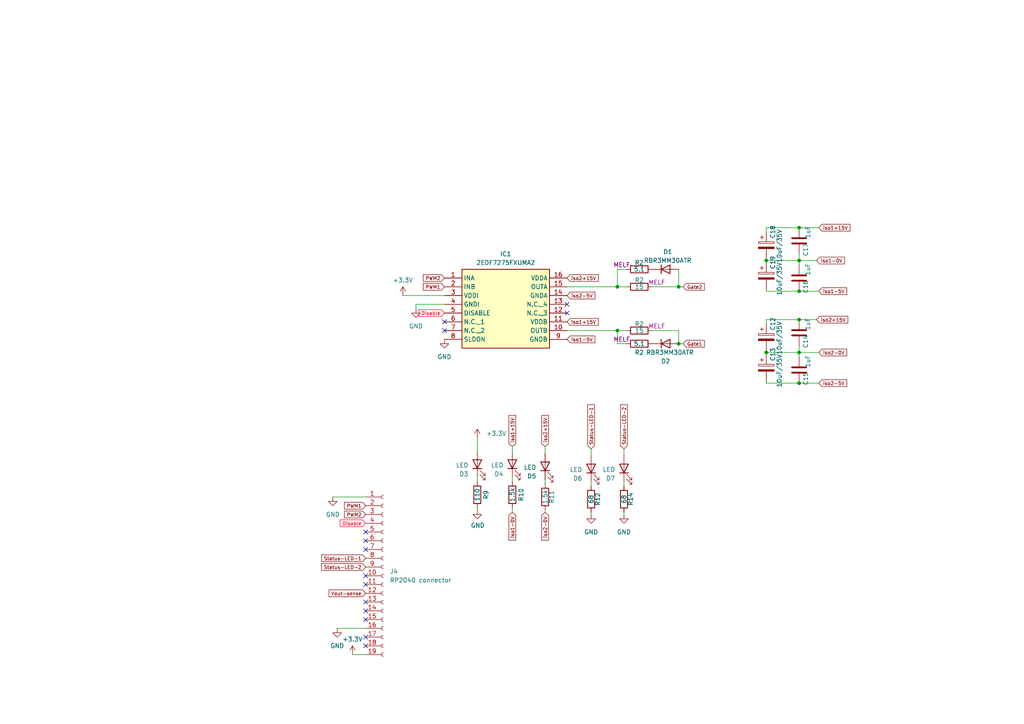
<source format=kicad_sch>
(kicad_sch (version 20230121) (generator eeschema)
  (paper "A4")
  (lib_symbols
    (symbol "2EDF7275FXUMA2:2EDF7275FXUMA2"
      (property "Reference" "IC" (at 31.75 7.62 0))
      (property "Value" "2EDF7275FXUMA2" (at 31.75 5.08 0))
      (symbol "2EDF7275FXUMA2_1_1"
        (rectangle (start 5.08 2.54) (end 30.48 -20.32) (stroke (width 0.254)) (fill (type background)))
        (pin passive line (at 0 0 0) (length 5.08) (name "INA") (number "1"))
        (pin passive line (at 35.56 -15.24 180) (length 5.08) (name "OUTB") (number "10"))
        (pin passive line (at 35.56 -12.7 180) (length 5.08) (name "VDDB") (number "11"))
        (pin passive line (at 35.56 -10.16 180) (length 5.08) (name "N.C._3") (number "12"))
        (pin passive line (at 35.56 -7.62 180) (length 5.08) (name "N.C._4") (number "13"))
        (pin passive line (at 35.56 -5.08 180) (length 5.08) (name "GNDA") (number "14"))
        (pin passive line (at 35.56 -2.54 180) (length 5.08) (name "OUTA") (number "15"))
        (pin passive line (at 35.56 0 180) (length 5.08) (name "VDDA") (number "16"))
        (pin passive line (at 0 -2.54 0) (length 5.08) (name "INB") (number "2"))
        (pin passive line (at 0 -5.08 0) (length 5.08) (name "VDDI") (number "3"))
        (pin passive line (at 0 -7.62 0) (length 5.08) (name "GNDI") (number "4"))
        (pin passive line (at 0 -10.16 0) (length 5.08) (name "DISABLE") (number "5"))
        (pin passive line (at 0 -12.7 0) (length 5.08) (name "N.C._1") (number "6"))
        (pin passive line (at 0 -15.24 0) (length 5.08) (name "N.C._2") (number "7"))
        (pin passive line (at 0 -17.78 0) (length 5.08) (name "SLDON") (number "8"))
        (pin passive line (at 35.56 -17.78 180) (length 5.08) (name "GNDB") (number "9"))
      )
    )
    (symbol "Connector:Conn_01x19_Socket" (pin_names (offset 1.016) hide)
      (property "Reference" "J" (at 0 25.4 0))
      (property "Value" "Conn_01x19_Socket" (at 0 -25.4 0))
      (symbol "Conn_01x19_Socket_1_1"
        (arc (start 0 -22.352) (mid -0.5058 -22.86) (end 0 -23.368) (stroke (width 0.1524)))
        (arc (start 0 -19.812) (mid -0.5058 -20.32) (end 0 -20.828) (stroke (width 0.1524)))
        (arc (start 0 -17.272) (mid -0.5058 -17.78) (end 0 -18.288) (stroke (width 0.1524)))
        (arc (start 0 -14.732) (mid -0.5058 -15.24) (end 0 -15.748) (stroke (width 0.1524)))
        (arc (start 0 -12.192) (mid -0.5058 -12.7) (end 0 -13.208) (stroke (width 0.1524)))
        (arc (start 0 -9.652) (mid -0.5058 -10.16) (end 0 -10.668) (stroke (width 0.1524)))
        (arc (start 0 -7.112) (mid -0.5058 -7.62) (end 0 -8.128) (stroke (width 0.1524)))
        (arc (start 0 -4.572) (mid -0.5058 -5.08) (end 0 -5.588) (stroke (width 0.1524)))
        (arc (start 0 -2.032) (mid -0.5058 -2.54) (end 0 -3.048) (stroke (width 0.1524)))
        (polyline (pts (xy -1.27 -22.86) (xy -0.508 -22.86)) (stroke (width 0.1524)))
        (polyline (pts (xy -1.27 -20.32) (xy -0.508 -20.32)) (stroke (width 0.1524)))
        (polyline (pts (xy -1.27 -17.78) (xy -0.508 -17.78)) (stroke (width 0.1524)))
        (polyline (pts (xy -1.27 -15.24) (xy -0.508 -15.24)) (stroke (width 0.1524)))
        (polyline (pts (xy -1.27 -12.7) (xy -0.508 -12.7)) (stroke (width 0.1524)))
        (polyline (pts (xy -1.27 -10.16) (xy -0.508 -10.16)) (stroke (width 0.1524)))
        (polyline (pts (xy -1.27 -7.62) (xy -0.508 -7.62)) (stroke (width 0.1524)))
        (polyline (pts (xy -1.27 -5.08) (xy -0.508 -5.08)) (stroke (width 0.1524)))
        (polyline (pts (xy -1.27 -2.54) (xy -0.508 -2.54)) (stroke (width 0.1524)))
        (polyline (pts (xy -1.27 0) (xy -0.508 0)) (stroke (width 0.1524)))
        (polyline (pts (xy -1.27 2.54) (xy -0.508 2.54)) (stroke (width 0.1524)))
        (polyline (pts (xy -1.27 5.08) (xy -0.508 5.08)) (stroke (width 0.1524)))
        (polyline (pts (xy -1.27 7.62) (xy -0.508 7.62)) (stroke (width 0.1524)))
        (polyline (pts (xy -1.27 10.16) (xy -0.508 10.16)) (stroke (width 0.1524)))
        (polyline (pts (xy -1.27 12.7) (xy -0.508 12.7)) (stroke (width 0.1524)))
        (polyline (pts (xy -1.27 15.24) (xy -0.508 15.24)) (stroke (width 0.1524)))
        (polyline (pts (xy -1.27 17.78) (xy -0.508 17.78)) (stroke (width 0.1524)))
        (polyline (pts (xy -1.27 20.32) (xy -0.508 20.32)) (stroke (width 0.1524)))
        (polyline (pts (xy -1.27 22.86) (xy -0.508 22.86)) (stroke (width 0.1524)))
        (arc (start 0 0.508) (mid -0.5058 0) (end 0 -0.508) (stroke (width 0.1524)))
        (arc (start 0 3.048) (mid -0.5058 2.54) (end 0 2.032) (stroke (width 0.1524)))
        (arc (start 0 5.588) (mid -0.5058 5.08) (end 0 4.572) (stroke (width 0.1524)))
        (arc (start 0 8.128) (mid -0.5058 7.62) (end 0 7.112) (stroke (width 0.1524)))
        (arc (start 0 10.668) (mid -0.5058 10.16) (end 0 9.652) (stroke (width 0.1524)))
        (arc (start 0 13.208) (mid -0.5058 12.7) (end 0 12.192) (stroke (width 0.1524)))
        (arc (start 0 15.748) (mid -0.5058 15.24) (end 0 14.732) (stroke (width 0.1524)))
        (arc (start 0 18.288) (mid -0.5058 17.78) (end 0 17.272) (stroke (width 0.1524)))
        (arc (start 0 20.828) (mid -0.5058 20.32) (end 0 19.812) (stroke (width 0.1524)))
        (arc (start 0 23.368) (mid -0.5058 22.86) (end 0 22.352) (stroke (width 0.1524)))
        (pin passive line (at -5.08 22.86 0) (length 3.81) (name "Pin_1") (number "1"))
        (pin passive line (at -5.08 0 0) (length 3.81) (name "Pin_10") (number "10"))
        (pin passive line (at -5.08 -2.54 0) (length 3.81) (name "Pin_11") (number "11"))
        (pin passive line (at -5.08 -5.08 0) (length 3.81) (name "Pin_12") (number "12"))
        (pin passive line (at -5.08 -7.62 0) (length 3.81) (name "Pin_13") (number "13"))
        (pin passive line (at -5.08 -10.16 0) (length 3.81) (name "Pin_14") (number "14"))
        (pin passive line (at -5.08 -12.7 0) (length 3.81) (name "Pin_15") (number "15"))
        (pin passive line (at -5.08 -15.24 0) (length 3.81) (name "Pin_16") (number "16"))
        (pin passive line (at -5.08 -17.78 0) (length 3.81) (name "Pin_17") (number "17"))
        (pin passive line (at -5.08 -20.32 0) (length 3.81) (name "Pin_18") (number "18"))
        (pin passive line (at -5.08 -22.86 0) (length 3.81) (name "Pin_19") (number "19"))
        (pin passive line (at -5.08 20.32 0) (length 3.81) (name "Pin_2") (number "2"))
        (pin passive line (at -5.08 17.78 0) (length 3.81) (name "Pin_3") (number "3"))
        (pin passive line (at -5.08 15.24 0) (length 3.81) (name "Pin_4") (number "4"))
        (pin passive line (at -5.08 12.7 0) (length 3.81) (name "Pin_5") (number "5"))
        (pin passive line (at -5.08 10.16 0) (length 3.81) (name "Pin_6") (number "6"))
        (pin passive line (at -5.08 7.62 0) (length 3.81) (name "Pin_7") (number "7"))
        (pin passive line (at -5.08 5.08 0) (length 3.81) (name "Pin_8") (number "8"))
        (pin passive line (at -5.08 2.54 0) (length 3.81) (name "Pin_9") (number "9"))
      )
    )
    (symbol "Device:C" (pin_numbers hide) (pin_names (offset 0.254))
      (property "Reference" "C" (at 0.635 2.54 0))
      (property "Value" "C" (at 0.635 -2.54 0))
      (symbol "C_0_1"
        (polyline (pts (xy -2.032 -0.762) (xy 2.032 -0.762)) (stroke (width 0.508)))
        (polyline (pts (xy -2.032 0.762) (xy 2.032 0.762)) (stroke (width 0.508)))
      )
      (symbol "C_1_1"
        (pin passive line (at 0 3.81 270) (length 2.794) (name "~") (number "1"))
        (pin passive line (at 0 -3.81 90) (length 2.794) (name "~") (number "2"))
      )
    )
    (symbol "Device:C_Polarized" (pin_numbers hide) (pin_names (offset 0.254))
      (property "Reference" "C" (at 0.635 2.54 0))
      (property "Value" "C_Polarized" (at 0.635 -2.54 0))
      (symbol "C_Polarized_0_1"
        (rectangle (start -2.286 0.508) (end 2.286 1.016))
        (polyline (pts (xy -1.778 2.286) (xy -0.762 2.286)))
        (polyline (pts (xy -1.27 2.794) (xy -1.27 1.778)))
        (rectangle (start 2.286 -0.508) (end -2.286 -1.016) (fill (type outline)))
      )
      (symbol "C_Polarized_1_1"
        (pin passive line (at 0 3.81 270) (length 2.794) (name "~") (number "1"))
        (pin passive line (at 0 -3.81 90) (length 2.794) (name "~") (number "2"))
      )
    )
    (symbol "Device:D" (pin_numbers hide) (pin_names (offset 1.016) hide)
      (property "Reference" "D" (at 0 2.54 0))
      (property "Value" "D" (at 0 -2.54 0))
      (symbol "D_0_1"
        (polyline (pts (xy -1.27 1.27) (xy -1.27 -1.27)) (stroke (width 0.254)))
        (polyline (pts (xy 1.27 0) (xy -1.27 0)))
        (polyline (pts (xy 1.27 1.27) (xy 1.27 -1.27) (xy -1.27 0) (xy 1.27 1.27)) (stroke (width 0.254)))
      )
      (symbol "D_1_1"
        (pin passive line (at -3.81 0 0) (length 2.54) (name "K") (number "1"))
        (pin passive line (at 3.81 0 180) (length 2.54) (name "A") (number "2"))
      )
    )
    (symbol "Device:LED" (pin_numbers hide) (pin_names (offset 1.016) hide)
      (property "Reference" "D" (at 0 2.54 0))
      (property "Value" "LED" (at 0 -2.54 0))
      (symbol "LED_0_1"
        (polyline (pts (xy -1.27 -1.27) (xy -1.27 1.27)) (stroke (width 0.254)))
        (polyline (pts (xy -1.27 0) (xy 1.27 0)))
        (polyline (pts (xy 1.27 -1.27) (xy 1.27 1.27) (xy -1.27 0) (xy 1.27 -1.27)) (stroke (width 0.254)))
        (polyline (pts (xy -3.048 -0.762) (xy -4.572 -2.286) (xy -3.81 -2.286) (xy -4.572 -2.286) (xy -4.572 -1.524)))
        (polyline (pts (xy -1.778 -0.762) (xy -3.302 -2.286) (xy -2.54 -2.286) (xy -3.302 -2.286) (xy -3.302 -1.524)))
      )
      (symbol "LED_1_1"
        (pin passive line (at -3.81 0 0) (length 2.54) (name "K") (number "1"))
        (pin passive line (at 3.81 0 180) (length 2.54) (name "A") (number "2"))
      )
    )
    (symbol "Device:R" (pin_numbers hide) (pin_names (offset 0))
      (property "Reference" "R" (at 2.032 0 90))
      (property "Value" "R" (at 0 0 90))
      (symbol "R_0_1"
        (rectangle (start -1.016 -2.54) (end 1.016 2.54) (stroke (width 0.254)))
      )
      (symbol "R_1_1"
        (pin passive line (at 0 3.81 270) (length 1.27) (name "~") (number "1"))
        (pin passive line (at 0 -3.81 90) (length 1.27) (name "~") (number "2"))
      )
    )
    (symbol "power:+3.3V" (power) (pin_names (offset 0))
      (property "Value" "+3.3V" (at 0 3.556 0))
      (symbol "+3.3V_0_1"
        (polyline (pts (xy -0.762 1.27) (xy 0 2.54)))
        (polyline (pts (xy 0 0) (xy 0 2.54)))
        (polyline (pts (xy 0 2.54) (xy 0.762 1.27)))
      )
      (symbol "+3.3V_1_1"
        (pin power_in line (at 0 0 90) (length 0) hide (name "+3.3V") (number "1"))
      )
    )
    (symbol "power:GND" (power) (pin_names (offset 0))
      (property "Value" "GND" (at 0 -3.81 0))
      (symbol "GND_0_1"
        (polyline (pts (xy 0 0) (xy 0 -1.27) (xy 1.27 -1.27) (xy 0 -2.54) (xy -1.27 -1.27) (xy 0 -1.27)))
      )
      (symbol "GND_1_1"
        (pin power_in line (at 0 0 270) (length 0) hide (name "GND") (number "1"))
      )
    )
  )
  (junction (at 231.775 66.04))
  (junction (at 231.775 92.71))
  (junction (at 231.775 84.455))
  (junction (at 179.07 95.885))
  (junction (at 231.775 75.565))
  (junction (at 196.85 99.695))
  (junction (at 222.25 75.565))
  (junction (at 231.775 111.125))
  (junction (at 196.85 83.185))
  (junction (at 222.25 102.235))
  (junction (at 179.07 83.185))
  (junction (at 231.775 102.235))
  (no_connect (at 106.045 187.325))
  (no_connect (at 128.905 93.345))
  (no_connect (at 106.045 169.545))
  (no_connect (at 106.045 167.005))
  (no_connect (at 106.045 159.385))
  (no_connect (at 106.045 154.305))
  (no_connect (at 106.045 156.845))
  (no_connect (at 164.465 88.265))
  (no_connect (at 164.465 90.805))
  (no_connect (at 106.045 184.785))
  (no_connect (at 106.045 174.625))
  (no_connect (at 106.045 177.165))
  (no_connect (at 128.905 95.885))
  (no_connect (at 106.045 179.705))
  (wire (pts (xy 222.25 75.565) (xy 231.775 75.565)))
  (wire (pts (xy 148.59 148.59) (xy 148.59 147.32)))
  (wire (pts (xy 120.65 88.265) (xy 128.905 88.265)))
  (wire (pts (xy 236.855 75.565) (xy 231.775 75.565)))
  (wire (pts (xy 179.07 83.185) (xy 181.61 83.185)))
  (wire (pts (xy 102.235 189.865) (xy 106.045 189.865)))
  (wire (pts (xy 237.49 66.04) (xy 231.775 66.04)))
  (wire (pts (xy 222.25 111.125) (xy 231.775 111.125)))
  (wire (pts (xy 196.85 83.185) (xy 198.12 83.185)))
  (wire (pts (xy 116.84 85.725) (xy 128.905 85.725)))
  (wire (pts (xy 96.52 144.145) (xy 106.045 144.145)))
  (wire (pts (xy 181.61 99.695) (xy 179.07 99.695)))
  (wire (pts (xy 180.975 130.175) (xy 180.975 132.08)))
  (wire (pts (xy 237.49 102.235) (xy 231.775 102.235)))
  (wire (pts (xy 231.775 103.505) (xy 231.775 102.235)))
  (wire (pts (xy 120.65 89.535) (xy 120.65 88.265)))
  (wire (pts (xy 179.07 99.695) (xy 179.07 95.885)))
  (wire (pts (xy 222.25 75.565) (xy 222.25 74.93)))
  (wire (pts (xy 189.23 83.185) (xy 196.85 83.185)))
  (wire (pts (xy 171.45 130.175) (xy 171.45 132.08)))
  (wire (pts (xy 138.43 147.955) (xy 138.43 147.32)))
  (wire (pts (xy 180.975 139.7) (xy 180.975 140.97)))
  (wire (pts (xy 222.25 102.87) (xy 222.25 102.235)))
  (wire (pts (xy 148.59 129.54) (xy 148.59 130.81)))
  (wire (pts (xy 196.85 78.105) (xy 196.85 83.185)))
  (wire (pts (xy 164.465 83.185) (xy 179.07 83.185)))
  (wire (pts (xy 222.25 84.455) (xy 231.775 84.455)))
  (wire (pts (xy 164.465 95.885) (xy 179.07 95.885)))
  (wire (pts (xy 231.775 75.565) (xy 231.775 73.66)))
  (wire (pts (xy 231.775 102.235) (xy 231.775 100.33)))
  (wire (pts (xy 222.25 102.235) (xy 231.775 102.235)))
  (wire (pts (xy 138.43 127) (xy 138.43 130.81)))
  (wire (pts (xy 196.85 95.885) (xy 196.85 99.695)))
  (wire (pts (xy 222.25 110.49) (xy 222.25 111.125)))
  (wire (pts (xy 148.59 138.43) (xy 148.59 139.7)))
  (wire (pts (xy 222.25 93.98) (xy 222.25 92.71)))
  (wire (pts (xy 180.975 149.225) (xy 180.975 148.59)))
  (wire (pts (xy 231.775 76.835) (xy 231.775 75.565)))
  (wire (pts (xy 222.25 76.2) (xy 222.25 75.565)))
  (wire (pts (xy 189.23 95.885) (xy 196.85 95.885)))
  (wire (pts (xy 179.07 95.885) (xy 181.61 95.885)))
  (wire (pts (xy 231.775 84.455) (xy 237.49 84.455)))
  (wire (pts (xy 222.25 67.31) (xy 222.25 66.04)))
  (wire (pts (xy 222.25 66.04) (xy 231.775 66.04)))
  (wire (pts (xy 222.25 83.82) (xy 222.25 84.455)))
  (wire (pts (xy 171.45 139.7) (xy 171.45 140.97)))
  (wire (pts (xy 237.49 111.125) (xy 231.775 111.125)))
  (wire (pts (xy 222.25 102.235) (xy 222.25 101.6)))
  (wire (pts (xy 158.115 129.54) (xy 158.115 131.445)))
  (wire (pts (xy 138.43 138.43) (xy 138.43 139.7)))
  (wire (pts (xy 158.115 139.065) (xy 158.115 140.335)))
  (wire (pts (xy 196.85 99.695) (xy 198.12 99.695)))
  (wire (pts (xy 179.07 78.105) (xy 179.07 83.185)))
  (wire (pts (xy 171.45 149.225) (xy 171.45 148.59)))
  (wire (pts (xy 222.25 92.71) (xy 231.775 92.71)))
  (wire (pts (xy 158.115 148.59) (xy 158.115 147.955)))
  (wire (pts (xy 181.61 78.105) (xy 179.07 78.105)))
  (wire (pts (xy 236.855 92.71) (xy 231.775 92.71)))
  (wire (pts (xy 97.79 182.245) (xy 106.045 182.245)))
  (global_label "Status-LED-2" (shape input) (at 106.045 164.465 180) (effects (font (size 1 1))) (property "Intersheetrefs" "${INTERSHEET_REFS}" (effects hide)))
  (global_label "iso1+15V" (shape input) (at 237.49 66.04 0) (effects (font (size 1 1))) (property "Intersheetrefs" "${INTERSHEET_REFS}" (effects hide)))
  (global_label "iso2+15V" (shape input) (at 158.115 129.54 90) (effects (font (size 1 1))) (property "Intersheetrefs" "${INTERSHEET_REFS}" (effects hide)))
  (global_label "iso2-5V" (shape input) (at 237.49 111.125 0) (effects (font (size 1 1))) (property "Intersheetrefs" "${INTERSHEET_REFS}" (effects hide)))
  (global_label "Status-LED-2" (shape input) (at 180.975 130.175 90) (effects (font (size 1 1))) (property "Intersheetrefs" "${INTERSHEET_REFS}" (effects hide)))
  (global_label "Gate2" (shape input) (at 198.12 83.185 0) (effects (font (size 1 1))) (property "Intersheetrefs" "${INTERSHEET_REFS}" (effects hide)))
  (global_label "iso1-0V" (shape input) (at 148.59 148.59 270) (effects (font (size 1 1))) (property "Intersheetrefs" "${INTERSHEET_REFS}" (effects hide)))
  (global_label "Status-LED-1" (shape input) (at 106.045 161.925 180) (effects (font (size 1 1))) (property "Intersheetrefs" "${INTERSHEET_REFS}" (effects hide)))
  (global_label "iso1-5V" (shape input) (at 164.465 98.425 0) (effects (font (size 1 1))) (property "Intersheetrefs" "${INTERSHEET_REFS}" (effects hide)))
  (global_label "iso1-0V" (shape input) (at 236.855 75.565 0) (effects (font (size 1 1))) (property "Intersheetrefs" "${INTERSHEET_REFS}" (effects hide)))
  (global_label "iso1-5V" (shape input) (at 237.49 84.455 0) (effects (font (size 1 1))) (property "Intersheetrefs" "${INTERSHEET_REFS}" (effects hide)))
  (global_label "iso2+15V" (shape input) (at 236.855 92.71 0) (effects (font (size 1 1))) (property "Intersheetrefs" "${INTERSHEET_REFS}" (effects hide)))
  (global_label "iso2-5V" (shape input) (at 164.465 85.725 0) (effects (font (size 1 1))) (property "Intersheetrefs" "${INTERSHEET_REFS}" (effects hide)))
  (global_label "Disable" (shape input) (at 106.045 151.765 180) (effects (font (size 1 1))) (property "Intersheetrefs" "${INTERSHEET_REFS}" (effects hide)))
  (global_label "Status-LED-1" (shape input) (at 171.45 130.175 90) (effects (font (size 1 1))) (property "Intersheetrefs" "${INTERSHEET_REFS}" (effects hide)))
  (global_label "PWM1" (shape input) (at 128.905 83.185 180) (effects (font (size 1 1))) (property "Intersheetrefs" "${INTERSHEET_REFS}" (effects hide)))
  (global_label "PWM2" (shape input) (at 106.045 149.225 180) (effects (font (size 1 1))) (property "Intersheetrefs" "${INTERSHEET_REFS}" (effects hide)))
  (global_label "PWM2" (shape input) (at 128.905 80.645 180) (effects (font (size 1 1))) (property "Intersheetrefs" "${INTERSHEET_REFS}" (effects hide)))
  (global_label "iso2-0V" (shape input) (at 158.115 148.59 270) (effects (font (size 1 1))) (property "Intersheetrefs" "${INTERSHEET_REFS}" (effects hide)))
  (global_label "Vout-sense" (shape input) (at 106.045 172.085 180) (effects (font (size 1 1))) (property "Intersheetrefs" "${INTERSHEET_REFS}" (effects hide)))
  (global_label "Disable" (shape input) (at 128.905 90.805 180) (effects (font (size 1 1))) (property "Intersheetrefs" "${INTERSHEET_REFS}" (effects hide)))
  (global_label "Gate1" (shape input) (at 198.12 99.695 0) (effects (font (size 1 1))) (property "Intersheetrefs" "${INTERSHEET_REFS}" (effects hide)))
  (global_label "iso1+15V" (shape input) (at 164.465 93.345 0) (effects (font (size 1 1))) (property "Intersheetrefs" "${INTERSHEET_REFS}" (effects hide)))
  (global_label "iso2+15V" (shape input) (at 164.465 80.645 0) (effects (font (size 1 1))) (property "Intersheetrefs" "${INTERSHEET_REFS}" (effects hide)))
  (global_label "iso1+15V" (shape input) (at 148.59 129.54 90) (effects (font (size 1 1))) (property "Intersheetrefs" "${INTERSHEET_REFS}" (effects hide)))
  (global_label "PWM1" (shape input) (at 106.045 146.685 180) (effects (font (size 1 1))) (property "Intersheetrefs" "${INTERSHEET_REFS}" (effects hide)))
  (global_label "iso2-0V" (shape input) (at 237.49 102.235 0) (effects (font (size 1 1))) (property "Intersheetrefs" "${INTERSHEET_REFS}" (effects hide)))
  (symbol (lib_id "Device:LED") (at 138.43 134.62 90) (unit 1)
    (property "Reference" "D3" (at 135.89 137.4776 90) (effects (justify left)))
    (property "Value" "LED" (at 135.89 134.9376 90) (effects (justify left)))
    (property "Footprint" "LED_SMD:LED_0805_2012Metric" (effects hide))
    (instances (project "Synchronous-buck-converter" (path "" (reference "D3") (unit 1))) (project "Half_Bridge_Inverter" (path "" (reference "D5") (unit 1))))
  )
  (symbol (lib_id "Device:C") (at 231.775 96.52 180) (unit 1)
    (property "Reference" "C14" (at 233.68 99.06 90))
    (property "Value" "1uF" (at 234.315 93.98 90))
    (property "Footprint" "Capacitor_SMD:C_0805_2012Metric" (effects hide))
    (instances (project "Synchronous-buck-converter" (path "" (reference "C14") (unit 1))) (project "Half_Bridge_Inverter" (path "" (reference "C2") (unit 1))))
  )
  (symbol (lib_id "Device:C") (at 231.775 107.315 180) (unit 1)
    (property "Reference" "C15" (at 233.68 109.855 90))
    (property "Value" "1uF" (at 234.315 104.775 90))
    (property "Footprint" "Capacitor_SMD:C_0805_2012Metric" (effects hide))
    (instances (project "Synchronous-buck-converter" (path "" (reference "C15") (unit 1))) (project "Half_Bridge_Inverter" (path "" (reference "C3") (unit 1))))
  )
  (symbol (lib_id "Device:LED") (at 171.45 135.89 90) (unit 1)
    (property "Reference" "D6" (at 168.91 138.7476 90) (effects (justify left)))
    (property "Value" "LED" (at 168.91 136.2076 90) (effects (justify left)))
    (property "Footprint" "LED_SMD:LED_0805_2012Metric" (effects hide))
    (instances (project "Synchronous-buck-converter" (path "" (reference "D6") (unit 1))) (project "Half_Bridge_Inverter" (path "" (reference "D7") (unit 1))))
  )
  (symbol (lib_id "Device:C") (at 231.775 69.85 180) (unit 1)
    (property "Reference" "C17" (at 233.68 72.39 90))
    (property "Value" "1uF" (at 234.315 67.31 90))
    (property "Footprint" "Capacitor_SMD:C_0805_2012Metric" (effects hide))
    (instances (project "Synchronous-buck-converter" (path "" (reference "C17") (unit 1))) (project "Half_Bridge_Inverter" (path "" (reference "C2") (unit 1))))
  )
  (symbol (lib_id "Device:C_Polarized") (at 222.25 71.12 0) (unit 1)
    (property "Reference" "C18" (at 224.155 69.215 90) (effects (justify left)))
    (property "Value" "10uF/35V" (at 226.06 76.2 90) (effects (justify left)))
    (property "Footprint" "Capacitor_SMD:CP_Elec_5x5.3" (effects hide))
    (instances (project "Synchronous-buck-converter" (path "" (reference "C18") (unit 1))) (project "Half_Bridge_Inverter" (path "" (reference "C16") (unit 1))))
  )
  (symbol (lib_id "power:GND") (at 120.65 89.535 0) (unit 1)
    (property "Reference" "#PWR010" (effects hide))
    (property "Value" "GND" (at 120.65 94.615 0))
    (instances (project "Synchronous-buck-converter" (path "" (reference "#PWR010") (unit 1)) (path "" (reference "#PWR013") (unit 1))))
  )
  (symbol (lib_id "Device:C_Polarized") (at 222.25 106.68 0) (unit 1)
    (property "Reference" "C13" (at 224.155 104.775 90) (effects (justify left)))
    (property "Value" "10uF/35V" (at 226.06 112.395 90) (effects (justify left)))
    (property "Footprint" "Capacitor_SMD:CP_Elec_5x5.3" (effects hide))
    (instances (project "Synchronous-buck-converter" (path "" (reference "C13") (unit 1))) (project "Half_Bridge_Inverter" (path "" (reference "C15") (unit 1))))
  )
  (symbol (lib_id "power:GND") (at 171.45 149.225 0) (unit 1)
    (property "Reference" "#PWR010" (effects hide))
    (property "Value" "GND" (at 171.45 154.305 0))
    (instances (project "Synchronous-buck-converter" (path "" (reference "#PWR010") (unit 1)) (path "" (reference "#PWR021") (unit 1))))
  )
  (symbol (lib_id "Device:C_Polarized") (at 222.25 80.01 0) (unit 1)
    (property "Reference" "C19" (at 224.155 78.105 90) (effects (justify left)))
    (property "Value" "10uF/35V" (at 226.06 85.725 90) (effects (justify left)))
    (property "Footprint" "Capacitor_SMD:CP_Elec_5x5.3" (effects hide))
    (instances (project "Synchronous-buck-converter" (path "" (reference "C19") (unit 1))) (project "Half_Bridge_Inverter" (path "" (reference "C15") (unit 1))))
  )
  (symbol (lib_id "power:GND") (at 97.79 182.245 0) (unit 1)
    (property "Reference" "#PWR010" (effects hide))
    (property "Value" "GND" (at 97.79 187.325 0))
    (instances (project "Synchronous-buck-converter" (path "" (reference "#PWR010") (unit 1)) (path "" (reference "#PWR03") (unit 1))))
  )
  (symbol (lib_id "Device:R") (at 185.42 95.885 90) (unit 1)
    (property "Reference" "R2" (at 185.42 93.98 90))
    (property "Value" "15" (at 185.42 95.885 90))
    (property "Footprint" "Resistor_SMD:R_MiniMELF_MMA-0204" (effects hide))
    (property "Type" "MELF" (at 190.5 94.615 90))
    (property "mouser part no" "CMA02040X1509GB300" (effects hide))
    (instances (project "Synchronous-buck-converter" (path "" (reference "R2") (unit 1)) (path "" (reference "R4") (unit 1)) (path "" (reference "R5") (unit 1))))
  )
  (symbol (lib_id "Device:R") (at 185.42 83.185 90) (unit 1)
    (property "Reference" "R2" (at 185.42 81.28 90))
    (property "Value" "15" (at 185.42 83.185 90))
    (property "Footprint" "Resistor_SMD:R_MiniMELF_MMA-0204" (effects hide))
    (property "Type" "MELF" (at 190.5 81.915 90))
    (property "mouser part no" "CMA02040X1509GB300" (effects hide))
    (instances (project "Synchronous-buck-converter" (path "" (reference "R2") (unit 1)) (path "" (reference "R4") (unit 1)) (path "" (reference "R1") (unit 1))))
  )
  (symbol (lib_id "Device:R") (at 185.42 78.105 90) (unit 1)
    (property "Reference" "R2" (at 185.42 76.2 90))
    (property "Value" "5.1" (at 185.42 78.105 90))
    (property "Footprint" "Resistor_SMD:R_MiniMELF_MMA-0204" (effects hide))
    (property "Type" "MELF" (at 180.34 76.835 90))
    (property "mouser part no" "MMA02040C5108FB300" (effects hide))
    (instances (project "Synchronous-buck-converter" (path "" (reference "R2") (unit 1)) (path "" (reference "R4") (unit 1)) (path "" (reference "R6") (unit 1))))
  )
  (symbol (lib_id "Device:R") (at 158.115 144.145 180) (unit 1)
    (property "Reference" "R11" (at 160.02 144.145 90))
    (property "Value" "1.5k" (at 158.115 144.145 90))
    (property "Footprint" "Resistor_SMD:R_0805_2012Metric" (effects hide))
    (instances (project "Synchronous-buck-converter" (path "" (reference "R11") (unit 1))) (project "Half_Bridge_Inverter" (path "" (reference "R12") (unit 1))))
  )
  (symbol (lib_id "Device:R") (at 138.43 143.51 180) (unit 1)
    (property "Reference" "R9" (at 140.97 143.51 90))
    (property "Value" "110" (at 138.43 143.51 90))
    (property "Footprint" "Resistor_SMD:R_0805_2012Metric" (effects hide))
    (instances (project "Synchronous-buck-converter" (path "" (reference "R9") (unit 1))) (project "Half_Bridge_Inverter" (path "" (reference "R10") (unit 1))))
  )
  (symbol (lib_id "Device:LED") (at 180.975 135.89 90) (unit 1)
    (property "Reference" "D7" (at 178.435 138.7476 90) (effects (justify left)))
    (property "Value" "LED" (at 178.435 136.2076 90) (effects (justify left)))
    (property "Footprint" "LED_SMD:LED_0805_2012Metric" (effects hide))
  )
  (symbol (lib_id "Device:R") (at 180.975 144.78 180) (unit 1)
    (property "Reference" "R14" (at 182.88 144.78 90))
    (property "Value" "68" (at 180.975 144.78 90))
    (property "Footprint" "Resistor_SMD:R_0805_2012Metric" (effects hide))
    (instances (project "Synchronous-buck-converter" (path "" (reference "R14") (unit 1))) (project "Half_Bridge_Inverter" (path "" (reference "R12") (unit 1))))
  )
  (symbol (lib_id "Device:R") (at 171.45 144.78 180) (unit 1)
    (property "Reference" "R12" (at 173.355 144.78 90))
    (property "Value" "68" (at 171.45 144.78 90))
    (property "Footprint" "Resistor_SMD:R_0805_2012Metric" (effects hide))
  )
  (symbol (lib_id "Device:C_Polarized") (at 222.25 97.79 0) (unit 1)
    (property "Reference" "C12" (at 224.155 95.885 90) (effects (justify left)))
    (property "Value" "10uF/35V" (at 226.06 102.87 90) (effects (justify left)))
    (property "Footprint" "Capacitor_SMD:CP_Elec_5x5.3" (effects hide))
    (instances (project "Synchronous-buck-converter" (path "" (reference "C12") (unit 1))) (project "Half_Bridge_Inverter" (path "" (reference "C16") (unit 1))))
  )
  (symbol (lib_id "Device:D") (at 193.04 78.105 0) (unit 1)
    (property "Reference" "D1" (at 193.675 73.025 0))
    (property "Value" "RBR3MM30ATR" (at 193.675 75.565 0))
    (property "Footprint" "Diode_SMD:D_SOD-123F" (effects hide))
    (property "Sim.Device" "D" (effects hide))
    (property "Sim.Pins" "1=K 2=A" (effects hide))
  )
  (symbol (lib_id "Device:R") (at 185.42 99.695 90) (unit 1)
    (property "Reference" "R2" (at 185.42 102.235 90))
    (property "Value" "5.1" (at 185.42 99.695 90))
    (property "Footprint" "Resistor_SMD:R_MiniMELF_MMA-0204" (effects hide))
    (property "Type" "MELF" (at 180.34 98.425 90))
    (property "mouser part no" "MMA02040C5108FB300" (effects hide))
    (instances (project "Synchronous-buck-converter" (path "" (reference "R2") (unit 1)) (path "" (reference "R4") (unit 1)) (path "" (reference "R2") (unit 1))))
  )
  (symbol (lib_id "2EDF7275FXUMA2:2EDF7275FXUMA2") (at 128.905 80.645 0) (unit 1)
    (property "Reference" "IC1" (at 146.685 73.66 0))
    (property "Value" "2EDF7275FXUMA2" (at 146.685 76.2 0))
    (property "Footprint" "2EDF7275FXUMA2:SOIC127P600X175-16N" (effects hide))
    (property "Datasheet" "https://www.infineon.com/cms/en/product/power/gate-driver-ics/?" (effects hide))
    (property "Height" "1.75" (effects hide))
    (property "Manufacturer_Name" "Infineon" (effects hide))
    (property "Manufacturer_Part_Number" "2EDF7275FXUMA2" (effects hide))
    (property "Mouser Part Number" "726-2EDF7275FXUMA2" (effects hide))
    (property "Mouser Price/Stock" "https://www.mouser.co.uk/ProductDetail/Infineon-Technologies/2EDF7275FXUMA2?qs=GedFDFLaBXH%252BjBMV90MQJA%3D%3D" (effects hide))
    (property "Arrow Part Number" "2EDF7275FXUMA2" (effects hide))
    (property "Arrow Price/Stock" "https://www.arrow.com/en/products/2edf7275fxuma2/infineon-technologies-ag?region=nac" (effects hide))
  )
  (symbol (lib_id "power:+3.3V") (at 138.43 127 0) (unit 1)
    (property "Reference" "#PWR017" (effects hide))
    (property "Value" "+3.3V" (at 140.97 125.7299 0) (effects (justify left)))
    (instances (project "Synchronous-buck-converter" (path "" (reference "#PWR017") (unit 1))) (project "Half_Bridge_Inverter" (path "" (reference "#PWR0108") (unit 1))))
  )
  (symbol (lib_id "Device:R") (at 148.59 143.51 180) (unit 1)
    (property "Reference" "R10" (at 151.13 143.51 90))
    (property "Value" "1.5k" (at 148.59 143.51 90))
    (property "Footprint" "Resistor_SMD:R_0805_2012Metric" (effects hide))
    (instances (project "Synchronous-buck-converter" (path "" (reference "R10") (unit 1))) (project "Half_Bridge_Inverter" (path "" (reference "R11") (unit 1))))
  )
  (symbol (lib_id "Device:C") (at 231.775 80.645 180) (unit 1)
    (property "Reference" "C16" (at 233.68 83.185 90))
    (property "Value" "1uF" (at 234.315 78.105 90))
    (property "Footprint" "Capacitor_SMD:C_0805_2012Metric" (effects hide))
    (instances (project "Synchronous-buck-converter" (path "" (reference "C16") (unit 1))) (project "Half_Bridge_Inverter" (path "" (reference "C3") (unit 1))))
  )
  (symbol (lib_id "Connector:Conn_01x19_Socket") (at 111.125 167.005 0) (unit 1)
    (property "Reference" "J4" (at 113.03 165.735 0) (effects (justify left)))
    (property "Value" "RP2040 connector" (at 113.03 168.275 0) (effects (justify left)))
    (property "Footprint" "Connector_PinSocket_2.54mm:PinSocket_1x19_P2.54mm_Horizontal" (effects hide))
  )
  (symbol (lib_id "power:GND") (at 96.52 144.145 0) (unit 1)
    (property "Reference" "#PWR010" (effects hide))
    (property "Value" "GND" (at 96.52 149.225 0))
    (instances (project "Synchronous-buck-converter" (path "" (reference "#PWR010") (unit 1)) (path "" (reference "#PWR01") (unit 1))))
  )
  (symbol (lib_id "Device:LED") (at 148.59 134.62 90) (unit 1)
    (property "Reference" "D4" (at 146.05 137.4776 90) (effects (justify left)))
    (property "Value" "LED" (at 146.05 134.9376 90) (effects (justify left)))
    (property "Footprint" "LED_SMD:LED_0805_2012Metric" (effects hide))
    (instances (project "Synchronous-buck-converter" (path "" (reference "D4") (unit 1))) (project "Half_Bridge_Inverter" (path "" (reference "D6") (unit 1))))
  )
  (symbol (lib_id "power:+3.3V") (at 102.235 189.865 0) (unit 1)
    (property "Reference" "#PWR011" (effects hide))
    (property "Value" "+3.3V" (at 102.235 185.42 0))
    (instances (project "Synchronous-buck-converter" (path "" (reference "#PWR011") (unit 1)) (path "" (reference "#PWR02") (unit 1))))
  )
  (symbol (lib_id "power:GND") (at 138.43 147.955 0) (unit 1)
    (property "Reference" "#PWR018" (effects hide))
    (property "Value" "GND" (at 136.525 152.4 0) (effects (justify left)))
    (instances (project "Synchronous-buck-converter" (path "" (reference "#PWR018") (unit 1))) (project "Half_Bridge_Inverter" (path "" (reference "#PWR0105") (unit 1))))
  )
  (symbol (lib_id "Device:D") (at 193.04 99.695 0) (unit 1)
    (property "Reference" "D2" (at 193.04 104.775 0))
    (property "Value" "RBR3MM30ATR" (at 194.31 102.235 0))
    (property "Footprint" "Diode_SMD:D_SOD-123F" (effects hide))
    (property "Sim.Device" "D" (effects hide))
    (property "Sim.Pins" "1=K 2=A" (effects hide))
  )
  (symbol (lib_id "power:GND") (at 128.905 98.425 0) (unit 1)
    (property "Reference" "#PWR010" (effects hide))
    (property "Value" "GND" (at 128.905 103.505 0))
    (instances (project "Synchronous-buck-converter" (path "" (reference "#PWR010") (unit 1)) (path "" (reference "#PWR014") (unit 1))))
  )
  (symbol (lib_id "Device:LED") (at 158.115 135.255 90) (unit 1)
    (property "Reference" "D5" (at 155.575 138.1126 90) (effects (justify left)))
    (property "Value" "LED" (at 155.575 135.5726 90) (effects (justify left)))
    (property "Footprint" "LED_SMD:LED_0805_2012Metric" (effects hide))
    (instances (project "Synchronous-buck-converter" (path "" (reference "D5") (unit 1))) (project "Half_Bridge_Inverter" (path "" (reference "D7") (unit 1))))
  )
  (symbol (lib_id "power:GND") (at 180.975 149.225 0) (unit 1)
    (property "Reference" "#PWR010" (effects hide))
    (property "Value" "GND" (at 180.975 154.305 0))
    (instances (project "Synchronous-buck-converter" (path "" (reference "#PWR010") (unit 1)) (path "" (reference "#PWR022") (unit 1))))
  )
  (symbol (lib_id "power:+3.3V") (at 116.84 85.725 0) (unit 1)
    (property "Reference" "#PWR011" (effects hide))
    (property "Value" "+3.3V" (at 116.84 81.28 0))
    (instances (project "Synchronous-buck-converter" (path "" (reference "#PWR011") (unit 1)) (path "" (reference "#PWR012") (unit 1))))
  )
)
</source>
